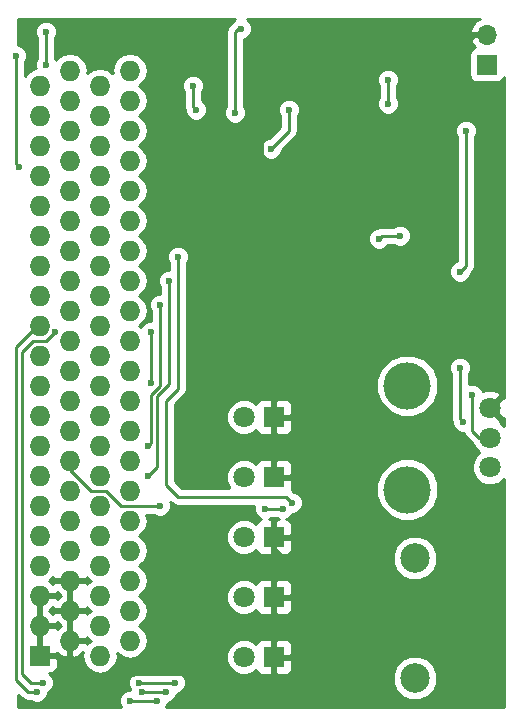
<source format=gbr>
G04 #@! TF.FileFunction,Copper,L2,Bot,Signal*
%FSLAX46Y46*%
G04 Gerber Fmt 4.6, Leading zero omitted, Abs format (unit mm)*
G04 Created by KiCad (PCBNEW 4.0.6) date Monday, August 21, 2017 'PMt' 12:57:47 PM*
%MOMM*%
%LPD*%
G01*
G04 APERTURE LIST*
%ADD10C,0.100000*%
%ADD11C,2.499360*%
%ADD12R,1.800000X1.800000*%
%ADD13C,1.800000*%
%ADD14O,1.727200X1.727200*%
%ADD15R,1.727200X1.727200*%
%ADD16R,1.700000X1.700000*%
%ADD17O,1.700000X1.700000*%
%ADD18C,4.000000*%
%ADD19C,0.600000*%
%ADD20C,0.250000*%
%ADD21C,0.254000*%
G04 APERTURE END LIST*
D10*
D11*
X78740000Y-114935000D03*
X78740000Y-125095000D03*
D12*
X66802000Y-102997000D03*
D13*
X64262000Y-102997000D03*
D12*
X66802000Y-118237000D03*
D13*
X64262000Y-118237000D03*
D12*
X66802000Y-113157000D03*
D13*
X64262000Y-113157000D03*
D12*
X66802000Y-123317000D03*
D13*
X64262000Y-123317000D03*
D12*
X66802000Y-108077000D03*
D13*
X64262000Y-108077000D03*
D14*
X54610000Y-73660000D03*
X52070000Y-74930000D03*
X54610000Y-76200000D03*
X52070000Y-77470000D03*
X54610000Y-78740000D03*
X52070000Y-80010000D03*
X54610000Y-81280000D03*
X52070000Y-82550000D03*
X54610000Y-83820000D03*
X52070000Y-85090000D03*
X54610000Y-86360000D03*
X52070000Y-87630000D03*
X54610000Y-88900000D03*
X52070000Y-90170000D03*
X54610000Y-91440000D03*
X52070000Y-92710000D03*
X54610000Y-93980000D03*
X52070000Y-95250000D03*
X49530000Y-96520000D03*
X49530000Y-93980000D03*
X49530000Y-91440000D03*
X49530000Y-88900000D03*
X49530000Y-86360000D03*
X49530000Y-83820000D03*
X49530000Y-81280000D03*
X49530000Y-78740000D03*
X49530000Y-76200000D03*
X49530000Y-73660000D03*
X46990000Y-95250000D03*
X46990000Y-92710000D03*
X46990000Y-90170000D03*
X46990000Y-87630000D03*
X46990000Y-85090000D03*
X46990000Y-82550000D03*
X46990000Y-80010000D03*
X46990000Y-77470000D03*
X46990000Y-74930000D03*
X54610000Y-96520000D03*
X54610000Y-121920000D03*
X52070000Y-123190000D03*
X46990000Y-97790000D03*
X46990000Y-100330000D03*
X46990000Y-102870000D03*
X46990000Y-105410000D03*
X46990000Y-107950000D03*
X46990000Y-110490000D03*
X46990000Y-113030000D03*
X46990000Y-115570000D03*
X46990000Y-118110000D03*
X46990000Y-120650000D03*
X49530000Y-99060000D03*
X49530000Y-101600000D03*
X49530000Y-104140000D03*
X49530000Y-106680000D03*
X49530000Y-109220000D03*
X49530000Y-111760000D03*
X49530000Y-114300000D03*
X49530000Y-116840000D03*
X49530000Y-119380000D03*
X49530000Y-121920000D03*
D15*
X46990000Y-123190000D03*
D14*
X52070000Y-120650000D03*
X54610000Y-119380000D03*
X52070000Y-118110000D03*
X54610000Y-116840000D03*
X52070000Y-115570000D03*
X54610000Y-114300000D03*
X52070000Y-113030000D03*
X54610000Y-111760000D03*
X52070000Y-110490000D03*
X54610000Y-109220000D03*
X52070000Y-107950000D03*
X54610000Y-106680000D03*
X52070000Y-105410000D03*
X54610000Y-104140000D03*
X52070000Y-102870000D03*
X54610000Y-101600000D03*
X52070000Y-100330000D03*
X54610000Y-99060000D03*
X52070000Y-97790000D03*
D16*
X84836000Y-73152000D03*
D17*
X84836000Y-70612000D03*
D13*
X85090000Y-107235000D03*
X85090000Y-104735000D03*
X85090000Y-102235000D03*
D18*
X78090000Y-109135000D03*
X78090000Y-100335000D03*
D19*
X82550000Y-90678000D03*
X83058000Y-78740000D03*
X82804000Y-103378000D03*
X82550000Y-98806000D03*
X67564000Y-110744000D03*
X66040000Y-110744000D03*
X57150000Y-110490000D03*
X69342000Y-115570000D03*
X60198000Y-124714000D03*
X54864000Y-124714000D03*
X82804000Y-77724000D03*
X76200000Y-71628000D03*
X65786000Y-71882000D03*
X67818000Y-85344000D03*
X61976000Y-85344000D03*
X48260000Y-95758000D03*
X47244000Y-125476000D03*
X55372000Y-125476000D03*
X58420000Y-125476000D03*
X44958000Y-72390000D03*
X45212000Y-81788000D03*
X47498000Y-73152000D03*
X47498000Y-70358000D03*
X83566000Y-101092000D03*
X60198000Y-76962000D03*
X59944000Y-74930000D03*
X46736000Y-126238000D03*
X55626000Y-126238000D03*
X57658000Y-126238000D03*
X56896000Y-127000000D03*
X54610000Y-127000000D03*
X76454000Y-74422000D03*
X76454000Y-76454000D03*
X56134000Y-105410000D03*
X68072000Y-76962000D03*
X66548000Y-80264000D03*
X57150000Y-93472000D03*
X77470000Y-87630000D03*
X75692000Y-87884000D03*
X56388000Y-95758000D03*
X56388000Y-100076000D03*
X57912000Y-91440000D03*
X56134000Y-107950000D03*
X63500000Y-77216000D03*
X64008000Y-70104000D03*
X68326000Y-110236000D03*
X58674000Y-89408000D03*
D20*
X82550000Y-90678000D02*
X83058000Y-90170000D01*
X83058000Y-90170000D02*
X83058000Y-78740000D01*
X82804000Y-103378000D02*
X82550000Y-103124000D01*
X82550000Y-103124000D02*
X82550000Y-98806000D01*
X49530000Y-106680000D02*
X49530000Y-107442000D01*
X49530000Y-107442000D02*
X51308000Y-109220000D01*
X66040000Y-110744000D02*
X67564000Y-110744000D01*
X53848000Y-110490000D02*
X57150000Y-110490000D01*
X52578000Y-109220000D02*
X53848000Y-110490000D01*
X51308000Y-109220000D02*
X52578000Y-109220000D01*
X68072000Y-115316000D02*
X66802000Y-114046000D01*
X69088000Y-115316000D02*
X68072000Y-115316000D01*
X69342000Y-115570000D02*
X69088000Y-115316000D01*
X66802000Y-114046000D02*
X66802000Y-113157000D01*
X84836000Y-70612000D02*
X83820000Y-70612000D01*
X82804000Y-71628000D02*
X82804000Y-72644000D01*
X83820000Y-70612000D02*
X82804000Y-71628000D01*
X54864000Y-124714000D02*
X60198000Y-124714000D01*
X82804000Y-72644000D02*
X82804000Y-77724000D01*
X81788000Y-71628000D02*
X82804000Y-72644000D01*
X76200000Y-71628000D02*
X81788000Y-71628000D01*
X67818000Y-85344000D02*
X67056000Y-85344000D01*
X65786000Y-84074000D02*
X65786000Y-71882000D01*
X67056000Y-85344000D02*
X65786000Y-84074000D01*
X61976000Y-85344000D02*
X67818000Y-85344000D01*
X48260000Y-95758000D02*
X47498000Y-96520000D01*
X47498000Y-96520000D02*
X46424002Y-96520000D01*
X46424002Y-96520000D02*
X45466000Y-97478002D01*
X45466000Y-97478002D02*
X45466000Y-124714000D01*
X45466000Y-124714000D02*
X46228000Y-125476000D01*
X46228000Y-125476000D02*
X47244000Y-125476000D01*
X55372000Y-125476000D02*
X58420000Y-125476000D01*
X44958000Y-81534000D02*
X44958000Y-72390000D01*
X45212000Y-81788000D02*
X44958000Y-81534000D01*
X47498000Y-73152000D02*
X47498000Y-70358000D01*
X85090000Y-104735000D02*
X84161000Y-104735000D01*
X83566000Y-104140000D02*
X84161000Y-104735000D01*
X83566000Y-101092000D02*
X83566000Y-104140000D01*
X60198000Y-76962000D02*
X59944000Y-76708000D01*
X59944000Y-76708000D02*
X59944000Y-74930000D01*
X46990000Y-95250000D02*
X46736000Y-95250000D01*
X46736000Y-95250000D02*
X44958000Y-97028000D01*
X44958000Y-97028000D02*
X44958000Y-125222000D01*
X44958000Y-125222000D02*
X45974000Y-126238000D01*
X45974000Y-126238000D02*
X46736000Y-126238000D01*
X55626000Y-126238000D02*
X57658000Y-126238000D01*
X54610000Y-127000000D02*
X56896000Y-127000000D01*
X76454000Y-76454000D02*
X76454000Y-74422000D01*
X68072000Y-78740000D02*
X68072000Y-76962000D01*
X66548000Y-80264000D02*
X68072000Y-78740000D01*
X57150000Y-100330000D02*
X57150000Y-93472000D01*
X56388000Y-101092000D02*
X57150000Y-100330000D01*
X56388000Y-105156000D02*
X56388000Y-101092000D01*
X56134000Y-105410000D02*
X56388000Y-105156000D01*
X75946000Y-87630000D02*
X77470000Y-87630000D01*
X75692000Y-87884000D02*
X75946000Y-87630000D01*
X56388000Y-100076000D02*
X56388000Y-95758000D01*
X57912000Y-100204398D02*
X57912000Y-91440000D01*
X56896000Y-101220398D02*
X57912000Y-100204398D01*
X56896000Y-107188000D02*
X56896000Y-101220398D01*
X56134000Y-107950000D02*
X56896000Y-107188000D01*
X63500000Y-77216000D02*
X63500000Y-70358000D01*
X63500000Y-70358000D02*
X63754000Y-70104000D01*
X63754000Y-70104000D02*
X64008000Y-70104000D01*
X68326000Y-110236000D02*
X67818000Y-109728000D01*
X67818000Y-109728000D02*
X58674000Y-109728000D01*
X58674000Y-109728000D02*
X57658000Y-108712000D01*
X57658000Y-108712000D02*
X57658000Y-101600000D01*
X57658000Y-101600000D02*
X58674000Y-100584000D01*
X58674000Y-100584000D02*
X58674000Y-89408000D01*
D21*
G36*
X63479057Y-69310883D02*
X63235638Y-69553877D01*
X63216599Y-69566599D01*
X62962599Y-69820599D01*
X62797852Y-70067161D01*
X62740000Y-70358000D01*
X62740000Y-76653537D01*
X62707808Y-76685673D01*
X62565162Y-77029201D01*
X62564838Y-77401167D01*
X62706883Y-77744943D01*
X62969673Y-78008192D01*
X63313201Y-78150838D01*
X63685167Y-78151162D01*
X64028943Y-78009117D01*
X64292192Y-77746327D01*
X64434838Y-77402799D01*
X64435162Y-77030833D01*
X64293117Y-76687057D01*
X64260000Y-76653882D01*
X64260000Y-74607167D01*
X75518838Y-74607167D01*
X75660883Y-74950943D01*
X75694000Y-74984118D01*
X75694000Y-75891537D01*
X75661808Y-75923673D01*
X75519162Y-76267201D01*
X75518838Y-76639167D01*
X75660883Y-76982943D01*
X75923673Y-77246192D01*
X76267201Y-77388838D01*
X76639167Y-77389162D01*
X76982943Y-77247117D01*
X77246192Y-76984327D01*
X77388838Y-76640799D01*
X77389162Y-76268833D01*
X77247117Y-75925057D01*
X77214000Y-75891882D01*
X77214000Y-74984463D01*
X77246192Y-74952327D01*
X77388838Y-74608799D01*
X77389162Y-74236833D01*
X77247117Y-73893057D01*
X76984327Y-73629808D01*
X76640799Y-73487162D01*
X76268833Y-73486838D01*
X75925057Y-73628883D01*
X75661808Y-73891673D01*
X75519162Y-74235201D01*
X75518838Y-74607167D01*
X64260000Y-74607167D01*
X64260000Y-71011547D01*
X64536943Y-70897117D01*
X64800192Y-70634327D01*
X64942838Y-70290799D01*
X64943162Y-69918833D01*
X64801117Y-69575057D01*
X64538327Y-69311808D01*
X64485808Y-69290000D01*
X84224680Y-69290000D01*
X83954642Y-69416817D01*
X83564355Y-69845076D01*
X83394524Y-70255110D01*
X83515845Y-70485000D01*
X84709000Y-70485000D01*
X84709000Y-70465000D01*
X84963000Y-70465000D01*
X84963000Y-70485000D01*
X84983000Y-70485000D01*
X84983000Y-70739000D01*
X84963000Y-70739000D01*
X84963000Y-70759000D01*
X84709000Y-70759000D01*
X84709000Y-70739000D01*
X83515845Y-70739000D01*
X83394524Y-70968890D01*
X83564355Y-71378924D01*
X83840501Y-71681937D01*
X83750683Y-71698838D01*
X83534559Y-71837910D01*
X83389569Y-72050110D01*
X83338560Y-72302000D01*
X83338560Y-74002000D01*
X83382838Y-74237317D01*
X83521910Y-74453441D01*
X83734110Y-74598431D01*
X83986000Y-74649440D01*
X85686000Y-74649440D01*
X85921317Y-74605162D01*
X86137441Y-74466090D01*
X86282431Y-74253890D01*
X86285000Y-74241204D01*
X86285000Y-101373134D01*
X86170159Y-101334446D01*
X85269605Y-102235000D01*
X86170159Y-103135554D01*
X86285000Y-103096866D01*
X86285000Y-103759374D01*
X85960643Y-103434449D01*
X85951628Y-103430706D01*
X85990554Y-103315159D01*
X85090000Y-102414605D01*
X85075858Y-102428748D01*
X84896253Y-102249143D01*
X84910395Y-102235000D01*
X84896253Y-102220858D01*
X85075858Y-102041253D01*
X85090000Y-102055395D01*
X85990554Y-101154841D01*
X85904148Y-100898357D01*
X85330664Y-100688542D01*
X84720540Y-100714161D01*
X84465245Y-100819908D01*
X84359117Y-100563057D01*
X84096327Y-100299808D01*
X83752799Y-100157162D01*
X83380833Y-100156838D01*
X83310000Y-100186106D01*
X83310000Y-99368463D01*
X83342192Y-99336327D01*
X83484838Y-98992799D01*
X83485162Y-98620833D01*
X83343117Y-98277057D01*
X83080327Y-98013808D01*
X82736799Y-97871162D01*
X82364833Y-97870838D01*
X82021057Y-98012883D01*
X81757808Y-98275673D01*
X81615162Y-98619201D01*
X81614838Y-98991167D01*
X81756883Y-99334943D01*
X81790000Y-99368118D01*
X81790000Y-103124000D01*
X81847852Y-103414839D01*
X81868940Y-103446399D01*
X81868838Y-103563167D01*
X82010883Y-103906943D01*
X82273673Y-104170192D01*
X82617201Y-104312838D01*
X82840419Y-104313032D01*
X82863852Y-104430839D01*
X83028599Y-104677401D01*
X83623599Y-105272401D01*
X83661696Y-105297857D01*
X83787932Y-105603371D01*
X84169182Y-105985288D01*
X83789449Y-106364357D01*
X83555267Y-106928330D01*
X83554735Y-107538991D01*
X83787932Y-108103371D01*
X84219357Y-108535551D01*
X84783330Y-108769733D01*
X85393991Y-108770265D01*
X85958371Y-108537068D01*
X86285000Y-108211010D01*
X86285000Y-127560000D01*
X57658467Y-127560000D01*
X57688192Y-127530327D01*
X57830838Y-127186799D01*
X57830850Y-127173151D01*
X57843167Y-127173162D01*
X58186943Y-127031117D01*
X58450192Y-126768327D01*
X58592838Y-126424799D01*
X58592850Y-126411151D01*
X58605167Y-126411162D01*
X58948943Y-126269117D01*
X59212192Y-126006327D01*
X59354838Y-125662799D01*
X59355007Y-125468241D01*
X76854994Y-125468241D01*
X77141314Y-126161191D01*
X77671021Y-126691822D01*
X78363469Y-126979352D01*
X79113241Y-126980006D01*
X79806191Y-126693686D01*
X80336822Y-126163979D01*
X80624352Y-125471531D01*
X80625006Y-124721759D01*
X80338686Y-124028809D01*
X79808979Y-123498178D01*
X79116531Y-123210648D01*
X78366759Y-123209994D01*
X77673809Y-123496314D01*
X77143178Y-124026021D01*
X76855648Y-124718469D01*
X76854994Y-125468241D01*
X59355007Y-125468241D01*
X59355162Y-125290833D01*
X59213117Y-124947057D01*
X58950327Y-124683808D01*
X58606799Y-124541162D01*
X58234833Y-124540838D01*
X57891057Y-124682883D01*
X57857882Y-124716000D01*
X55934463Y-124716000D01*
X55902327Y-124683808D01*
X55558799Y-124541162D01*
X55186833Y-124540838D01*
X54843057Y-124682883D01*
X54579808Y-124945673D01*
X54437162Y-125289201D01*
X54436838Y-125661167D01*
X54578883Y-126004943D01*
X54638860Y-126065024D01*
X54424833Y-126064838D01*
X54081057Y-126206883D01*
X53817808Y-126469673D01*
X53675162Y-126813201D01*
X53674838Y-127185167D01*
X53816883Y-127528943D01*
X53847886Y-127560000D01*
X45160000Y-127560000D01*
X45160000Y-126498802D01*
X45436599Y-126775401D01*
X45683161Y-126940148D01*
X45974000Y-126998000D01*
X46173537Y-126998000D01*
X46205673Y-127030192D01*
X46549201Y-127172838D01*
X46921167Y-127173162D01*
X47264943Y-127031117D01*
X47528192Y-126768327D01*
X47670838Y-126424799D01*
X47670937Y-126311265D01*
X47772943Y-126269117D01*
X48036192Y-126006327D01*
X48178838Y-125662799D01*
X48179162Y-125290833D01*
X48037117Y-124947057D01*
X47779111Y-124688600D01*
X47979910Y-124688600D01*
X48213299Y-124591927D01*
X48391927Y-124413298D01*
X48488600Y-124179909D01*
X48488600Y-123475750D01*
X48329850Y-123317000D01*
X47117000Y-123317000D01*
X47117000Y-123337000D01*
X46863000Y-123337000D01*
X46863000Y-123317000D01*
X46843000Y-123317000D01*
X46843000Y-123063000D01*
X46863000Y-123063000D01*
X46863000Y-120777000D01*
X46843000Y-120777000D01*
X46843000Y-120523000D01*
X46863000Y-120523000D01*
X46863000Y-118237000D01*
X46843000Y-118237000D01*
X46843000Y-117983000D01*
X46863000Y-117983000D01*
X46863000Y-117963000D01*
X47117000Y-117963000D01*
X47117000Y-117983000D01*
X48324469Y-117983000D01*
X48413724Y-117811136D01*
X48741152Y-118110000D01*
X48413724Y-118408864D01*
X48324469Y-118237000D01*
X47117000Y-118237000D01*
X47117000Y-120523000D01*
X48324469Y-120523000D01*
X48413724Y-120351136D01*
X48741152Y-120650000D01*
X48413724Y-120948864D01*
X48324469Y-120777000D01*
X47117000Y-120777000D01*
X47117000Y-123063000D01*
X48329850Y-123063000D01*
X48459726Y-122933124D01*
X48755053Y-123202688D01*
X49170974Y-123374958D01*
X49403000Y-123253817D01*
X49403000Y-122047000D01*
X49383000Y-122047000D01*
X49383000Y-121793000D01*
X49403000Y-121793000D01*
X49403000Y-119507000D01*
X48195531Y-119507000D01*
X48106276Y-119678864D01*
X47778848Y-119380000D01*
X48106276Y-119081136D01*
X48195531Y-119253000D01*
X49403000Y-119253000D01*
X49403000Y-116967000D01*
X48195531Y-116967000D01*
X48106276Y-117138864D01*
X47778839Y-116839992D01*
X48049670Y-116659029D01*
X48115971Y-116559803D01*
X48195531Y-116713000D01*
X49403000Y-116713000D01*
X49403000Y-116693000D01*
X49657000Y-116693000D01*
X49657000Y-116713000D01*
X50864469Y-116713000D01*
X50944029Y-116559803D01*
X51010330Y-116659029D01*
X51281172Y-116840000D01*
X51010330Y-117020971D01*
X50944029Y-117120197D01*
X50864469Y-116967000D01*
X49657000Y-116967000D01*
X49657000Y-119253000D01*
X50864469Y-119253000D01*
X50944029Y-119099803D01*
X51010330Y-119199029D01*
X51281172Y-119380000D01*
X51010330Y-119560971D01*
X50944029Y-119660197D01*
X50864469Y-119507000D01*
X49657000Y-119507000D01*
X49657000Y-121793000D01*
X50864469Y-121793000D01*
X50944029Y-121639803D01*
X51010330Y-121739029D01*
X51281172Y-121920000D01*
X51010330Y-122100971D01*
X50944029Y-122200197D01*
X50864469Y-122047000D01*
X49657000Y-122047000D01*
X49657000Y-123253817D01*
X49889026Y-123374958D01*
X50304947Y-123202688D01*
X50620290Y-122914855D01*
X50571400Y-123160641D01*
X50571400Y-123219359D01*
X50685474Y-123792848D01*
X51010330Y-124279029D01*
X51496511Y-124603885D01*
X52070000Y-124717959D01*
X52643489Y-124603885D01*
X53129670Y-124279029D01*
X53454526Y-123792848D01*
X53488710Y-123620991D01*
X62726735Y-123620991D01*
X62959932Y-124185371D01*
X63391357Y-124617551D01*
X63955330Y-124851733D01*
X64565991Y-124852265D01*
X65130371Y-124619068D01*
X65307841Y-124441908D01*
X65363673Y-124576699D01*
X65542302Y-124755327D01*
X65775691Y-124852000D01*
X66516250Y-124852000D01*
X66675000Y-124693250D01*
X66675000Y-123444000D01*
X66929000Y-123444000D01*
X66929000Y-124693250D01*
X67087750Y-124852000D01*
X67828309Y-124852000D01*
X68061698Y-124755327D01*
X68240327Y-124576699D01*
X68337000Y-124343310D01*
X68337000Y-123602750D01*
X68178250Y-123444000D01*
X66929000Y-123444000D01*
X66675000Y-123444000D01*
X66655000Y-123444000D01*
X66655000Y-123190000D01*
X66675000Y-123190000D01*
X66675000Y-121940750D01*
X66929000Y-121940750D01*
X66929000Y-123190000D01*
X68178250Y-123190000D01*
X68337000Y-123031250D01*
X68337000Y-122290690D01*
X68240327Y-122057301D01*
X68061698Y-121878673D01*
X67828309Y-121782000D01*
X67087750Y-121782000D01*
X66929000Y-121940750D01*
X66675000Y-121940750D01*
X66516250Y-121782000D01*
X65775691Y-121782000D01*
X65542302Y-121878673D01*
X65363673Y-122057301D01*
X65307881Y-122191994D01*
X65132643Y-122016449D01*
X64568670Y-121782267D01*
X63958009Y-121781735D01*
X63393629Y-122014932D01*
X62961449Y-122446357D01*
X62727267Y-123010330D01*
X62726735Y-123620991D01*
X53488710Y-123620991D01*
X53568600Y-123219359D01*
X53568600Y-123160641D01*
X53533404Y-122983697D01*
X53550330Y-123009029D01*
X54036511Y-123333885D01*
X54610000Y-123447959D01*
X55183489Y-123333885D01*
X55669670Y-123009029D01*
X55994526Y-122522848D01*
X56108600Y-121949359D01*
X56108600Y-121890641D01*
X55994526Y-121317152D01*
X55669670Y-120830971D01*
X55398828Y-120650000D01*
X55669670Y-120469029D01*
X55994526Y-119982848D01*
X56108600Y-119409359D01*
X56108600Y-119350641D01*
X55994526Y-118777152D01*
X55836729Y-118540991D01*
X62726735Y-118540991D01*
X62959932Y-119105371D01*
X63391357Y-119537551D01*
X63955330Y-119771733D01*
X64565991Y-119772265D01*
X65130371Y-119539068D01*
X65307841Y-119361908D01*
X65363673Y-119496699D01*
X65542302Y-119675327D01*
X65775691Y-119772000D01*
X66516250Y-119772000D01*
X66675000Y-119613250D01*
X66675000Y-118364000D01*
X66929000Y-118364000D01*
X66929000Y-119613250D01*
X67087750Y-119772000D01*
X67828309Y-119772000D01*
X68061698Y-119675327D01*
X68240327Y-119496699D01*
X68337000Y-119263310D01*
X68337000Y-118522750D01*
X68178250Y-118364000D01*
X66929000Y-118364000D01*
X66675000Y-118364000D01*
X66655000Y-118364000D01*
X66655000Y-118110000D01*
X66675000Y-118110000D01*
X66675000Y-116860750D01*
X66929000Y-116860750D01*
X66929000Y-118110000D01*
X68178250Y-118110000D01*
X68337000Y-117951250D01*
X68337000Y-117210690D01*
X68240327Y-116977301D01*
X68061698Y-116798673D01*
X67828309Y-116702000D01*
X67087750Y-116702000D01*
X66929000Y-116860750D01*
X66675000Y-116860750D01*
X66516250Y-116702000D01*
X65775691Y-116702000D01*
X65542302Y-116798673D01*
X65363673Y-116977301D01*
X65307881Y-117111994D01*
X65132643Y-116936449D01*
X64568670Y-116702267D01*
X63958009Y-116701735D01*
X63393629Y-116934932D01*
X62961449Y-117366357D01*
X62727267Y-117930330D01*
X62726735Y-118540991D01*
X55836729Y-118540991D01*
X55669670Y-118290971D01*
X55398828Y-118110000D01*
X55669670Y-117929029D01*
X55994526Y-117442848D01*
X56108600Y-116869359D01*
X56108600Y-116810641D01*
X55994526Y-116237152D01*
X55669670Y-115750971D01*
X55398828Y-115570000D01*
X55669670Y-115389029D01*
X55723650Y-115308241D01*
X76854994Y-115308241D01*
X77141314Y-116001191D01*
X77671021Y-116531822D01*
X78363469Y-116819352D01*
X79113241Y-116820006D01*
X79806191Y-116533686D01*
X80336822Y-116003979D01*
X80624352Y-115311531D01*
X80625006Y-114561759D01*
X80338686Y-113868809D01*
X79808979Y-113338178D01*
X79116531Y-113050648D01*
X78366759Y-113049994D01*
X77673809Y-113336314D01*
X77143178Y-113866021D01*
X76855648Y-114558469D01*
X76854994Y-115308241D01*
X55723650Y-115308241D01*
X55994526Y-114902848D01*
X56108600Y-114329359D01*
X56108600Y-114270641D01*
X55994526Y-113697152D01*
X55669670Y-113210971D01*
X55398828Y-113030000D01*
X55669670Y-112849029D01*
X55994526Y-112362848D01*
X56108600Y-111789359D01*
X56108600Y-111730641D01*
X56012995Y-111250000D01*
X56587537Y-111250000D01*
X56619673Y-111282192D01*
X56963201Y-111424838D01*
X57335167Y-111425162D01*
X57678943Y-111283117D01*
X57942192Y-111020327D01*
X58084838Y-110676799D01*
X58085162Y-110304833D01*
X58021178Y-110149980D01*
X58136599Y-110265401D01*
X58383161Y-110430148D01*
X58674000Y-110488000D01*
X65133897Y-110488000D01*
X65105162Y-110557201D01*
X65104838Y-110929167D01*
X65246883Y-111272943D01*
X65509673Y-111536192D01*
X65745969Y-111634311D01*
X65542302Y-111718673D01*
X65363673Y-111897301D01*
X65307881Y-112031994D01*
X65132643Y-111856449D01*
X64568670Y-111622267D01*
X63958009Y-111621735D01*
X63393629Y-111854932D01*
X62961449Y-112286357D01*
X62727267Y-112850330D01*
X62726735Y-113460991D01*
X62959932Y-114025371D01*
X63391357Y-114457551D01*
X63955330Y-114691733D01*
X64565991Y-114692265D01*
X65130371Y-114459068D01*
X65307841Y-114281908D01*
X65363673Y-114416699D01*
X65542302Y-114595327D01*
X65775691Y-114692000D01*
X66516250Y-114692000D01*
X66675000Y-114533250D01*
X66675000Y-113284000D01*
X66929000Y-113284000D01*
X66929000Y-114533250D01*
X67087750Y-114692000D01*
X67828309Y-114692000D01*
X68061698Y-114595327D01*
X68240327Y-114416699D01*
X68337000Y-114183310D01*
X68337000Y-113442750D01*
X68178250Y-113284000D01*
X66929000Y-113284000D01*
X66675000Y-113284000D01*
X66655000Y-113284000D01*
X66655000Y-113030000D01*
X66675000Y-113030000D01*
X66675000Y-111780750D01*
X66516250Y-111622000D01*
X66363510Y-111622000D01*
X66568943Y-111537117D01*
X66602118Y-111504000D01*
X67001537Y-111504000D01*
X67033673Y-111536192D01*
X67240321Y-111622000D01*
X67087750Y-111622000D01*
X66929000Y-111780750D01*
X66929000Y-113030000D01*
X68178250Y-113030000D01*
X68337000Y-112871250D01*
X68337000Y-112130690D01*
X68240327Y-111897301D01*
X68061698Y-111718673D01*
X67857873Y-111634246D01*
X68092943Y-111537117D01*
X68356192Y-111274327D01*
X68399071Y-111171064D01*
X68511167Y-111171162D01*
X68854943Y-111029117D01*
X69118192Y-110766327D01*
X69260838Y-110422799D01*
X69261162Y-110050833D01*
X69119117Y-109707057D01*
X69068982Y-109656834D01*
X75454543Y-109656834D01*
X75854853Y-110625658D01*
X76595443Y-111367542D01*
X77563567Y-111769542D01*
X78611834Y-111770457D01*
X79580658Y-111370147D01*
X80322542Y-110629557D01*
X80724542Y-109661433D01*
X80725457Y-108613166D01*
X80325147Y-107644342D01*
X79584557Y-106902458D01*
X78616433Y-106500458D01*
X77568166Y-106499543D01*
X76599342Y-106899853D01*
X75857458Y-107640443D01*
X75455458Y-108608567D01*
X75454543Y-109656834D01*
X69068982Y-109656834D01*
X68856327Y-109443808D01*
X68512799Y-109301162D01*
X68465923Y-109301121D01*
X68355401Y-109190599D01*
X68312670Y-109162047D01*
X68337000Y-109103310D01*
X68337000Y-108362750D01*
X68178250Y-108204000D01*
X66929000Y-108204000D01*
X66929000Y-108224000D01*
X66675000Y-108224000D01*
X66675000Y-108204000D01*
X66655000Y-108204000D01*
X66655000Y-107950000D01*
X66675000Y-107950000D01*
X66675000Y-106700750D01*
X66929000Y-106700750D01*
X66929000Y-107950000D01*
X68178250Y-107950000D01*
X68337000Y-107791250D01*
X68337000Y-107050690D01*
X68240327Y-106817301D01*
X68061698Y-106638673D01*
X67828309Y-106542000D01*
X67087750Y-106542000D01*
X66929000Y-106700750D01*
X66675000Y-106700750D01*
X66516250Y-106542000D01*
X65775691Y-106542000D01*
X65542302Y-106638673D01*
X65363673Y-106817301D01*
X65307881Y-106951994D01*
X65132643Y-106776449D01*
X64568670Y-106542267D01*
X63958009Y-106541735D01*
X63393629Y-106774932D01*
X62961449Y-107206357D01*
X62727267Y-107770330D01*
X62726735Y-108380991D01*
X62959932Y-108945371D01*
X62982521Y-108968000D01*
X58988802Y-108968000D01*
X58418000Y-108397198D01*
X58418000Y-103300991D01*
X62726735Y-103300991D01*
X62959932Y-103865371D01*
X63391357Y-104297551D01*
X63955330Y-104531733D01*
X64565991Y-104532265D01*
X65130371Y-104299068D01*
X65307841Y-104121908D01*
X65363673Y-104256699D01*
X65542302Y-104435327D01*
X65775691Y-104532000D01*
X66516250Y-104532000D01*
X66675000Y-104373250D01*
X66675000Y-103124000D01*
X66929000Y-103124000D01*
X66929000Y-104373250D01*
X67087750Y-104532000D01*
X67828309Y-104532000D01*
X68061698Y-104435327D01*
X68240327Y-104256699D01*
X68337000Y-104023310D01*
X68337000Y-103282750D01*
X68178250Y-103124000D01*
X66929000Y-103124000D01*
X66675000Y-103124000D01*
X66655000Y-103124000D01*
X66655000Y-102870000D01*
X66675000Y-102870000D01*
X66675000Y-101620750D01*
X66929000Y-101620750D01*
X66929000Y-102870000D01*
X68178250Y-102870000D01*
X68337000Y-102711250D01*
X68337000Y-101970690D01*
X68240327Y-101737301D01*
X68061698Y-101558673D01*
X67828309Y-101462000D01*
X67087750Y-101462000D01*
X66929000Y-101620750D01*
X66675000Y-101620750D01*
X66516250Y-101462000D01*
X65775691Y-101462000D01*
X65542302Y-101558673D01*
X65363673Y-101737301D01*
X65307881Y-101871994D01*
X65132643Y-101696449D01*
X64568670Y-101462267D01*
X63958009Y-101461735D01*
X63393629Y-101694932D01*
X62961449Y-102126357D01*
X62727267Y-102690330D01*
X62726735Y-103300991D01*
X58418000Y-103300991D01*
X58418000Y-101914802D01*
X59211401Y-101121401D01*
X59376148Y-100874839D01*
X59379729Y-100856834D01*
X75454543Y-100856834D01*
X75854853Y-101825658D01*
X76595443Y-102567542D01*
X77563567Y-102969542D01*
X78611834Y-102970457D01*
X79580658Y-102570147D01*
X80322542Y-101829557D01*
X80724542Y-100861433D01*
X80725457Y-99813166D01*
X80325147Y-98844342D01*
X79584557Y-98102458D01*
X78616433Y-97700458D01*
X77568166Y-97699543D01*
X76599342Y-98099853D01*
X75857458Y-98840443D01*
X75455458Y-99808567D01*
X75454543Y-100856834D01*
X59379729Y-100856834D01*
X59434000Y-100584000D01*
X59434000Y-90863167D01*
X81614838Y-90863167D01*
X81756883Y-91206943D01*
X82019673Y-91470192D01*
X82363201Y-91612838D01*
X82735167Y-91613162D01*
X83078943Y-91471117D01*
X83342192Y-91208327D01*
X83484838Y-90864799D01*
X83484879Y-90817923D01*
X83595401Y-90707401D01*
X83760147Y-90460840D01*
X83760148Y-90460839D01*
X83818000Y-90170000D01*
X83818000Y-79302463D01*
X83850192Y-79270327D01*
X83992838Y-78926799D01*
X83993162Y-78554833D01*
X83851117Y-78211057D01*
X83588327Y-77947808D01*
X83244799Y-77805162D01*
X82872833Y-77804838D01*
X82529057Y-77946883D01*
X82265808Y-78209673D01*
X82123162Y-78553201D01*
X82122838Y-78925167D01*
X82264883Y-79268943D01*
X82298000Y-79302118D01*
X82298000Y-89770453D01*
X82021057Y-89884883D01*
X81757808Y-90147673D01*
X81615162Y-90491201D01*
X81614838Y-90863167D01*
X59434000Y-90863167D01*
X59434000Y-89970463D01*
X59466192Y-89938327D01*
X59608838Y-89594799D01*
X59609162Y-89222833D01*
X59467117Y-88879057D01*
X59204327Y-88615808D01*
X58860799Y-88473162D01*
X58488833Y-88472838D01*
X58145057Y-88614883D01*
X57881808Y-88877673D01*
X57739162Y-89221201D01*
X57738838Y-89593167D01*
X57880883Y-89936943D01*
X57914000Y-89970118D01*
X57914000Y-90505001D01*
X57726833Y-90504838D01*
X57383057Y-90646883D01*
X57119808Y-90909673D01*
X56977162Y-91253201D01*
X56976838Y-91625167D01*
X57118883Y-91968943D01*
X57152000Y-92002118D01*
X57152000Y-92537001D01*
X56964833Y-92536838D01*
X56621057Y-92678883D01*
X56357808Y-92941673D01*
X56215162Y-93285201D01*
X56214838Y-93657167D01*
X56356883Y-94000943D01*
X56390000Y-94034118D01*
X56390000Y-94823001D01*
X56202833Y-94822838D01*
X55859057Y-94964883D01*
X55595808Y-95227673D01*
X55545768Y-95348182D01*
X55398828Y-95250000D01*
X55669670Y-95069029D01*
X55994526Y-94582848D01*
X56108600Y-94009359D01*
X56108600Y-93950641D01*
X55994526Y-93377152D01*
X55669670Y-92890971D01*
X55398828Y-92710000D01*
X55669670Y-92529029D01*
X55994526Y-92042848D01*
X56108600Y-91469359D01*
X56108600Y-91410641D01*
X55994526Y-90837152D01*
X55669670Y-90350971D01*
X55398828Y-90170000D01*
X55669670Y-89989029D01*
X55994526Y-89502848D01*
X56108600Y-88929359D01*
X56108600Y-88870641D01*
X55994526Y-88297152D01*
X55842192Y-88069167D01*
X74756838Y-88069167D01*
X74898883Y-88412943D01*
X75161673Y-88676192D01*
X75505201Y-88818838D01*
X75877167Y-88819162D01*
X76220943Y-88677117D01*
X76484192Y-88414327D01*
X76494294Y-88390000D01*
X76907537Y-88390000D01*
X76939673Y-88422192D01*
X77283201Y-88564838D01*
X77655167Y-88565162D01*
X77998943Y-88423117D01*
X78262192Y-88160327D01*
X78404838Y-87816799D01*
X78405162Y-87444833D01*
X78263117Y-87101057D01*
X78000327Y-86837808D01*
X77656799Y-86695162D01*
X77284833Y-86694838D01*
X76941057Y-86836883D01*
X76907882Y-86870000D01*
X75946000Y-86870000D01*
X75655160Y-86927852D01*
X75623600Y-86948940D01*
X75506833Y-86948838D01*
X75163057Y-87090883D01*
X74899808Y-87353673D01*
X74757162Y-87697201D01*
X74756838Y-88069167D01*
X55842192Y-88069167D01*
X55669670Y-87810971D01*
X55398828Y-87630000D01*
X55669670Y-87449029D01*
X55994526Y-86962848D01*
X56108600Y-86389359D01*
X56108600Y-86330641D01*
X55994526Y-85757152D01*
X55669670Y-85270971D01*
X55398828Y-85090000D01*
X55669670Y-84909029D01*
X55994526Y-84422848D01*
X56108600Y-83849359D01*
X56108600Y-83790641D01*
X55994526Y-83217152D01*
X55669670Y-82730971D01*
X55398828Y-82550000D01*
X55669670Y-82369029D01*
X55994526Y-81882848D01*
X56108600Y-81309359D01*
X56108600Y-81250641D01*
X55994526Y-80677152D01*
X55842192Y-80449167D01*
X65612838Y-80449167D01*
X65754883Y-80792943D01*
X66017673Y-81056192D01*
X66361201Y-81198838D01*
X66733167Y-81199162D01*
X67076943Y-81057117D01*
X67340192Y-80794327D01*
X67482838Y-80450799D01*
X67482879Y-80403923D01*
X68609401Y-79277401D01*
X68774148Y-79030840D01*
X68794843Y-78926799D01*
X68832000Y-78740000D01*
X68832000Y-77524463D01*
X68864192Y-77492327D01*
X69006838Y-77148799D01*
X69007162Y-76776833D01*
X68865117Y-76433057D01*
X68602327Y-76169808D01*
X68258799Y-76027162D01*
X67886833Y-76026838D01*
X67543057Y-76168883D01*
X67279808Y-76431673D01*
X67137162Y-76775201D01*
X67136838Y-77147167D01*
X67278883Y-77490943D01*
X67312000Y-77524118D01*
X67312000Y-78425198D01*
X66408320Y-79328878D01*
X66362833Y-79328838D01*
X66019057Y-79470883D01*
X65755808Y-79733673D01*
X65613162Y-80077201D01*
X65612838Y-80449167D01*
X55842192Y-80449167D01*
X55669670Y-80190971D01*
X55398828Y-80010000D01*
X55669670Y-79829029D01*
X55994526Y-79342848D01*
X56108600Y-78769359D01*
X56108600Y-78710641D01*
X55994526Y-78137152D01*
X55669670Y-77650971D01*
X55398828Y-77470000D01*
X55669670Y-77289029D01*
X55994526Y-76802848D01*
X56108600Y-76229359D01*
X56108600Y-76170641D01*
X55994526Y-75597152D01*
X55672474Y-75115167D01*
X59008838Y-75115167D01*
X59150883Y-75458943D01*
X59184000Y-75492118D01*
X59184000Y-76708000D01*
X59241852Y-76998839D01*
X59262940Y-77030399D01*
X59262838Y-77147167D01*
X59404883Y-77490943D01*
X59667673Y-77754192D01*
X60011201Y-77896838D01*
X60383167Y-77897162D01*
X60726943Y-77755117D01*
X60990192Y-77492327D01*
X61132838Y-77148799D01*
X61133162Y-76776833D01*
X60991117Y-76433057D01*
X60728327Y-76169808D01*
X60704000Y-76159706D01*
X60704000Y-75492463D01*
X60736192Y-75460327D01*
X60878838Y-75116799D01*
X60879162Y-74744833D01*
X60737117Y-74401057D01*
X60474327Y-74137808D01*
X60130799Y-73995162D01*
X59758833Y-73994838D01*
X59415057Y-74136883D01*
X59151808Y-74399673D01*
X59009162Y-74743201D01*
X59008838Y-75115167D01*
X55672474Y-75115167D01*
X55669670Y-75110971D01*
X55398828Y-74930000D01*
X55669670Y-74749029D01*
X55994526Y-74262848D01*
X56108600Y-73689359D01*
X56108600Y-73630641D01*
X55994526Y-73057152D01*
X55669670Y-72570971D01*
X55183489Y-72246115D01*
X54610000Y-72132041D01*
X54036511Y-72246115D01*
X53550330Y-72570971D01*
X53225474Y-73057152D01*
X53111400Y-73630641D01*
X53111400Y-73689359D01*
X53146596Y-73866303D01*
X53129670Y-73840971D01*
X52643489Y-73516115D01*
X52070000Y-73402041D01*
X51496511Y-73516115D01*
X51010330Y-73840971D01*
X50993404Y-73866303D01*
X51028600Y-73689359D01*
X51028600Y-73630641D01*
X50914526Y-73057152D01*
X50589670Y-72570971D01*
X50103489Y-72246115D01*
X49530000Y-72132041D01*
X48956511Y-72246115D01*
X48470330Y-72570971D01*
X48346296Y-72756601D01*
X48291117Y-72623057D01*
X48258000Y-72589882D01*
X48258000Y-70920463D01*
X48290192Y-70888327D01*
X48432838Y-70544799D01*
X48433162Y-70172833D01*
X48291117Y-69829057D01*
X48028327Y-69565808D01*
X47684799Y-69423162D01*
X47312833Y-69422838D01*
X46969057Y-69564883D01*
X46705808Y-69827673D01*
X46563162Y-70171201D01*
X46562838Y-70543167D01*
X46704883Y-70886943D01*
X46738000Y-70920118D01*
X46738000Y-72589537D01*
X46705808Y-72621673D01*
X46563162Y-72965201D01*
X46562838Y-73337167D01*
X46620049Y-73475629D01*
X46416511Y-73516115D01*
X45930330Y-73840971D01*
X45718000Y-74158745D01*
X45718000Y-72952463D01*
X45750192Y-72920327D01*
X45892838Y-72576799D01*
X45893162Y-72204833D01*
X45751117Y-71861057D01*
X45488327Y-71597808D01*
X45160000Y-71461474D01*
X45160000Y-69290000D01*
X63529598Y-69290000D01*
X63479057Y-69310883D01*
X63479057Y-69310883D01*
G37*
X63479057Y-69310883D02*
X63235638Y-69553877D01*
X63216599Y-69566599D01*
X62962599Y-69820599D01*
X62797852Y-70067161D01*
X62740000Y-70358000D01*
X62740000Y-76653537D01*
X62707808Y-76685673D01*
X62565162Y-77029201D01*
X62564838Y-77401167D01*
X62706883Y-77744943D01*
X62969673Y-78008192D01*
X63313201Y-78150838D01*
X63685167Y-78151162D01*
X64028943Y-78009117D01*
X64292192Y-77746327D01*
X64434838Y-77402799D01*
X64435162Y-77030833D01*
X64293117Y-76687057D01*
X64260000Y-76653882D01*
X64260000Y-74607167D01*
X75518838Y-74607167D01*
X75660883Y-74950943D01*
X75694000Y-74984118D01*
X75694000Y-75891537D01*
X75661808Y-75923673D01*
X75519162Y-76267201D01*
X75518838Y-76639167D01*
X75660883Y-76982943D01*
X75923673Y-77246192D01*
X76267201Y-77388838D01*
X76639167Y-77389162D01*
X76982943Y-77247117D01*
X77246192Y-76984327D01*
X77388838Y-76640799D01*
X77389162Y-76268833D01*
X77247117Y-75925057D01*
X77214000Y-75891882D01*
X77214000Y-74984463D01*
X77246192Y-74952327D01*
X77388838Y-74608799D01*
X77389162Y-74236833D01*
X77247117Y-73893057D01*
X76984327Y-73629808D01*
X76640799Y-73487162D01*
X76268833Y-73486838D01*
X75925057Y-73628883D01*
X75661808Y-73891673D01*
X75519162Y-74235201D01*
X75518838Y-74607167D01*
X64260000Y-74607167D01*
X64260000Y-71011547D01*
X64536943Y-70897117D01*
X64800192Y-70634327D01*
X64942838Y-70290799D01*
X64943162Y-69918833D01*
X64801117Y-69575057D01*
X64538327Y-69311808D01*
X64485808Y-69290000D01*
X84224680Y-69290000D01*
X83954642Y-69416817D01*
X83564355Y-69845076D01*
X83394524Y-70255110D01*
X83515845Y-70485000D01*
X84709000Y-70485000D01*
X84709000Y-70465000D01*
X84963000Y-70465000D01*
X84963000Y-70485000D01*
X84983000Y-70485000D01*
X84983000Y-70739000D01*
X84963000Y-70739000D01*
X84963000Y-70759000D01*
X84709000Y-70759000D01*
X84709000Y-70739000D01*
X83515845Y-70739000D01*
X83394524Y-70968890D01*
X83564355Y-71378924D01*
X83840501Y-71681937D01*
X83750683Y-71698838D01*
X83534559Y-71837910D01*
X83389569Y-72050110D01*
X83338560Y-72302000D01*
X83338560Y-74002000D01*
X83382838Y-74237317D01*
X83521910Y-74453441D01*
X83734110Y-74598431D01*
X83986000Y-74649440D01*
X85686000Y-74649440D01*
X85921317Y-74605162D01*
X86137441Y-74466090D01*
X86282431Y-74253890D01*
X86285000Y-74241204D01*
X86285000Y-101373134D01*
X86170159Y-101334446D01*
X85269605Y-102235000D01*
X86170159Y-103135554D01*
X86285000Y-103096866D01*
X86285000Y-103759374D01*
X85960643Y-103434449D01*
X85951628Y-103430706D01*
X85990554Y-103315159D01*
X85090000Y-102414605D01*
X85075858Y-102428748D01*
X84896253Y-102249143D01*
X84910395Y-102235000D01*
X84896253Y-102220858D01*
X85075858Y-102041253D01*
X85090000Y-102055395D01*
X85990554Y-101154841D01*
X85904148Y-100898357D01*
X85330664Y-100688542D01*
X84720540Y-100714161D01*
X84465245Y-100819908D01*
X84359117Y-100563057D01*
X84096327Y-100299808D01*
X83752799Y-100157162D01*
X83380833Y-100156838D01*
X83310000Y-100186106D01*
X83310000Y-99368463D01*
X83342192Y-99336327D01*
X83484838Y-98992799D01*
X83485162Y-98620833D01*
X83343117Y-98277057D01*
X83080327Y-98013808D01*
X82736799Y-97871162D01*
X82364833Y-97870838D01*
X82021057Y-98012883D01*
X81757808Y-98275673D01*
X81615162Y-98619201D01*
X81614838Y-98991167D01*
X81756883Y-99334943D01*
X81790000Y-99368118D01*
X81790000Y-103124000D01*
X81847852Y-103414839D01*
X81868940Y-103446399D01*
X81868838Y-103563167D01*
X82010883Y-103906943D01*
X82273673Y-104170192D01*
X82617201Y-104312838D01*
X82840419Y-104313032D01*
X82863852Y-104430839D01*
X83028599Y-104677401D01*
X83623599Y-105272401D01*
X83661696Y-105297857D01*
X83787932Y-105603371D01*
X84169182Y-105985288D01*
X83789449Y-106364357D01*
X83555267Y-106928330D01*
X83554735Y-107538991D01*
X83787932Y-108103371D01*
X84219357Y-108535551D01*
X84783330Y-108769733D01*
X85393991Y-108770265D01*
X85958371Y-108537068D01*
X86285000Y-108211010D01*
X86285000Y-127560000D01*
X57658467Y-127560000D01*
X57688192Y-127530327D01*
X57830838Y-127186799D01*
X57830850Y-127173151D01*
X57843167Y-127173162D01*
X58186943Y-127031117D01*
X58450192Y-126768327D01*
X58592838Y-126424799D01*
X58592850Y-126411151D01*
X58605167Y-126411162D01*
X58948943Y-126269117D01*
X59212192Y-126006327D01*
X59354838Y-125662799D01*
X59355007Y-125468241D01*
X76854994Y-125468241D01*
X77141314Y-126161191D01*
X77671021Y-126691822D01*
X78363469Y-126979352D01*
X79113241Y-126980006D01*
X79806191Y-126693686D01*
X80336822Y-126163979D01*
X80624352Y-125471531D01*
X80625006Y-124721759D01*
X80338686Y-124028809D01*
X79808979Y-123498178D01*
X79116531Y-123210648D01*
X78366759Y-123209994D01*
X77673809Y-123496314D01*
X77143178Y-124026021D01*
X76855648Y-124718469D01*
X76854994Y-125468241D01*
X59355007Y-125468241D01*
X59355162Y-125290833D01*
X59213117Y-124947057D01*
X58950327Y-124683808D01*
X58606799Y-124541162D01*
X58234833Y-124540838D01*
X57891057Y-124682883D01*
X57857882Y-124716000D01*
X55934463Y-124716000D01*
X55902327Y-124683808D01*
X55558799Y-124541162D01*
X55186833Y-124540838D01*
X54843057Y-124682883D01*
X54579808Y-124945673D01*
X54437162Y-125289201D01*
X54436838Y-125661167D01*
X54578883Y-126004943D01*
X54638860Y-126065024D01*
X54424833Y-126064838D01*
X54081057Y-126206883D01*
X53817808Y-126469673D01*
X53675162Y-126813201D01*
X53674838Y-127185167D01*
X53816883Y-127528943D01*
X53847886Y-127560000D01*
X45160000Y-127560000D01*
X45160000Y-126498802D01*
X45436599Y-126775401D01*
X45683161Y-126940148D01*
X45974000Y-126998000D01*
X46173537Y-126998000D01*
X46205673Y-127030192D01*
X46549201Y-127172838D01*
X46921167Y-127173162D01*
X47264943Y-127031117D01*
X47528192Y-126768327D01*
X47670838Y-126424799D01*
X47670937Y-126311265D01*
X47772943Y-126269117D01*
X48036192Y-126006327D01*
X48178838Y-125662799D01*
X48179162Y-125290833D01*
X48037117Y-124947057D01*
X47779111Y-124688600D01*
X47979910Y-124688600D01*
X48213299Y-124591927D01*
X48391927Y-124413298D01*
X48488600Y-124179909D01*
X48488600Y-123475750D01*
X48329850Y-123317000D01*
X47117000Y-123317000D01*
X47117000Y-123337000D01*
X46863000Y-123337000D01*
X46863000Y-123317000D01*
X46843000Y-123317000D01*
X46843000Y-123063000D01*
X46863000Y-123063000D01*
X46863000Y-120777000D01*
X46843000Y-120777000D01*
X46843000Y-120523000D01*
X46863000Y-120523000D01*
X46863000Y-118237000D01*
X46843000Y-118237000D01*
X46843000Y-117983000D01*
X46863000Y-117983000D01*
X46863000Y-117963000D01*
X47117000Y-117963000D01*
X47117000Y-117983000D01*
X48324469Y-117983000D01*
X48413724Y-117811136D01*
X48741152Y-118110000D01*
X48413724Y-118408864D01*
X48324469Y-118237000D01*
X47117000Y-118237000D01*
X47117000Y-120523000D01*
X48324469Y-120523000D01*
X48413724Y-120351136D01*
X48741152Y-120650000D01*
X48413724Y-120948864D01*
X48324469Y-120777000D01*
X47117000Y-120777000D01*
X47117000Y-123063000D01*
X48329850Y-123063000D01*
X48459726Y-122933124D01*
X48755053Y-123202688D01*
X49170974Y-123374958D01*
X49403000Y-123253817D01*
X49403000Y-122047000D01*
X49383000Y-122047000D01*
X49383000Y-121793000D01*
X49403000Y-121793000D01*
X49403000Y-119507000D01*
X48195531Y-119507000D01*
X48106276Y-119678864D01*
X47778848Y-119380000D01*
X48106276Y-119081136D01*
X48195531Y-119253000D01*
X49403000Y-119253000D01*
X49403000Y-116967000D01*
X48195531Y-116967000D01*
X48106276Y-117138864D01*
X47778839Y-116839992D01*
X48049670Y-116659029D01*
X48115971Y-116559803D01*
X48195531Y-116713000D01*
X49403000Y-116713000D01*
X49403000Y-116693000D01*
X49657000Y-116693000D01*
X49657000Y-116713000D01*
X50864469Y-116713000D01*
X50944029Y-116559803D01*
X51010330Y-116659029D01*
X51281172Y-116840000D01*
X51010330Y-117020971D01*
X50944029Y-117120197D01*
X50864469Y-116967000D01*
X49657000Y-116967000D01*
X49657000Y-119253000D01*
X50864469Y-119253000D01*
X50944029Y-119099803D01*
X51010330Y-119199029D01*
X51281172Y-119380000D01*
X51010330Y-119560971D01*
X50944029Y-119660197D01*
X50864469Y-119507000D01*
X49657000Y-119507000D01*
X49657000Y-121793000D01*
X50864469Y-121793000D01*
X50944029Y-121639803D01*
X51010330Y-121739029D01*
X51281172Y-121920000D01*
X51010330Y-122100971D01*
X50944029Y-122200197D01*
X50864469Y-122047000D01*
X49657000Y-122047000D01*
X49657000Y-123253817D01*
X49889026Y-123374958D01*
X50304947Y-123202688D01*
X50620290Y-122914855D01*
X50571400Y-123160641D01*
X50571400Y-123219359D01*
X50685474Y-123792848D01*
X51010330Y-124279029D01*
X51496511Y-124603885D01*
X52070000Y-124717959D01*
X52643489Y-124603885D01*
X53129670Y-124279029D01*
X53454526Y-123792848D01*
X53488710Y-123620991D01*
X62726735Y-123620991D01*
X62959932Y-124185371D01*
X63391357Y-124617551D01*
X63955330Y-124851733D01*
X64565991Y-124852265D01*
X65130371Y-124619068D01*
X65307841Y-124441908D01*
X65363673Y-124576699D01*
X65542302Y-124755327D01*
X65775691Y-124852000D01*
X66516250Y-124852000D01*
X66675000Y-124693250D01*
X66675000Y-123444000D01*
X66929000Y-123444000D01*
X66929000Y-124693250D01*
X67087750Y-124852000D01*
X67828309Y-124852000D01*
X68061698Y-124755327D01*
X68240327Y-124576699D01*
X68337000Y-124343310D01*
X68337000Y-123602750D01*
X68178250Y-123444000D01*
X66929000Y-123444000D01*
X66675000Y-123444000D01*
X66655000Y-123444000D01*
X66655000Y-123190000D01*
X66675000Y-123190000D01*
X66675000Y-121940750D01*
X66929000Y-121940750D01*
X66929000Y-123190000D01*
X68178250Y-123190000D01*
X68337000Y-123031250D01*
X68337000Y-122290690D01*
X68240327Y-122057301D01*
X68061698Y-121878673D01*
X67828309Y-121782000D01*
X67087750Y-121782000D01*
X66929000Y-121940750D01*
X66675000Y-121940750D01*
X66516250Y-121782000D01*
X65775691Y-121782000D01*
X65542302Y-121878673D01*
X65363673Y-122057301D01*
X65307881Y-122191994D01*
X65132643Y-122016449D01*
X64568670Y-121782267D01*
X63958009Y-121781735D01*
X63393629Y-122014932D01*
X62961449Y-122446357D01*
X62727267Y-123010330D01*
X62726735Y-123620991D01*
X53488710Y-123620991D01*
X53568600Y-123219359D01*
X53568600Y-123160641D01*
X53533404Y-122983697D01*
X53550330Y-123009029D01*
X54036511Y-123333885D01*
X54610000Y-123447959D01*
X55183489Y-123333885D01*
X55669670Y-123009029D01*
X55994526Y-122522848D01*
X56108600Y-121949359D01*
X56108600Y-121890641D01*
X55994526Y-121317152D01*
X55669670Y-120830971D01*
X55398828Y-120650000D01*
X55669670Y-120469029D01*
X55994526Y-119982848D01*
X56108600Y-119409359D01*
X56108600Y-119350641D01*
X55994526Y-118777152D01*
X55836729Y-118540991D01*
X62726735Y-118540991D01*
X62959932Y-119105371D01*
X63391357Y-119537551D01*
X63955330Y-119771733D01*
X64565991Y-119772265D01*
X65130371Y-119539068D01*
X65307841Y-119361908D01*
X65363673Y-119496699D01*
X65542302Y-119675327D01*
X65775691Y-119772000D01*
X66516250Y-119772000D01*
X66675000Y-119613250D01*
X66675000Y-118364000D01*
X66929000Y-118364000D01*
X66929000Y-119613250D01*
X67087750Y-119772000D01*
X67828309Y-119772000D01*
X68061698Y-119675327D01*
X68240327Y-119496699D01*
X68337000Y-119263310D01*
X68337000Y-118522750D01*
X68178250Y-118364000D01*
X66929000Y-118364000D01*
X66675000Y-118364000D01*
X66655000Y-118364000D01*
X66655000Y-118110000D01*
X66675000Y-118110000D01*
X66675000Y-116860750D01*
X66929000Y-116860750D01*
X66929000Y-118110000D01*
X68178250Y-118110000D01*
X68337000Y-117951250D01*
X68337000Y-117210690D01*
X68240327Y-116977301D01*
X68061698Y-116798673D01*
X67828309Y-116702000D01*
X67087750Y-116702000D01*
X66929000Y-116860750D01*
X66675000Y-116860750D01*
X66516250Y-116702000D01*
X65775691Y-116702000D01*
X65542302Y-116798673D01*
X65363673Y-116977301D01*
X65307881Y-117111994D01*
X65132643Y-116936449D01*
X64568670Y-116702267D01*
X63958009Y-116701735D01*
X63393629Y-116934932D01*
X62961449Y-117366357D01*
X62727267Y-117930330D01*
X62726735Y-118540991D01*
X55836729Y-118540991D01*
X55669670Y-118290971D01*
X55398828Y-118110000D01*
X55669670Y-117929029D01*
X55994526Y-117442848D01*
X56108600Y-116869359D01*
X56108600Y-116810641D01*
X55994526Y-116237152D01*
X55669670Y-115750971D01*
X55398828Y-115570000D01*
X55669670Y-115389029D01*
X55723650Y-115308241D01*
X76854994Y-115308241D01*
X77141314Y-116001191D01*
X77671021Y-116531822D01*
X78363469Y-116819352D01*
X79113241Y-116820006D01*
X79806191Y-116533686D01*
X80336822Y-116003979D01*
X80624352Y-115311531D01*
X80625006Y-114561759D01*
X80338686Y-113868809D01*
X79808979Y-113338178D01*
X79116531Y-113050648D01*
X78366759Y-113049994D01*
X77673809Y-113336314D01*
X77143178Y-113866021D01*
X76855648Y-114558469D01*
X76854994Y-115308241D01*
X55723650Y-115308241D01*
X55994526Y-114902848D01*
X56108600Y-114329359D01*
X56108600Y-114270641D01*
X55994526Y-113697152D01*
X55669670Y-113210971D01*
X55398828Y-113030000D01*
X55669670Y-112849029D01*
X55994526Y-112362848D01*
X56108600Y-111789359D01*
X56108600Y-111730641D01*
X56012995Y-111250000D01*
X56587537Y-111250000D01*
X56619673Y-111282192D01*
X56963201Y-111424838D01*
X57335167Y-111425162D01*
X57678943Y-111283117D01*
X57942192Y-111020327D01*
X58084838Y-110676799D01*
X58085162Y-110304833D01*
X58021178Y-110149980D01*
X58136599Y-110265401D01*
X58383161Y-110430148D01*
X58674000Y-110488000D01*
X65133897Y-110488000D01*
X65105162Y-110557201D01*
X65104838Y-110929167D01*
X65246883Y-111272943D01*
X65509673Y-111536192D01*
X65745969Y-111634311D01*
X65542302Y-111718673D01*
X65363673Y-111897301D01*
X65307881Y-112031994D01*
X65132643Y-111856449D01*
X64568670Y-111622267D01*
X63958009Y-111621735D01*
X63393629Y-111854932D01*
X62961449Y-112286357D01*
X62727267Y-112850330D01*
X62726735Y-113460991D01*
X62959932Y-114025371D01*
X63391357Y-114457551D01*
X63955330Y-114691733D01*
X64565991Y-114692265D01*
X65130371Y-114459068D01*
X65307841Y-114281908D01*
X65363673Y-114416699D01*
X65542302Y-114595327D01*
X65775691Y-114692000D01*
X66516250Y-114692000D01*
X66675000Y-114533250D01*
X66675000Y-113284000D01*
X66929000Y-113284000D01*
X66929000Y-114533250D01*
X67087750Y-114692000D01*
X67828309Y-114692000D01*
X68061698Y-114595327D01*
X68240327Y-114416699D01*
X68337000Y-114183310D01*
X68337000Y-113442750D01*
X68178250Y-113284000D01*
X66929000Y-113284000D01*
X66675000Y-113284000D01*
X66655000Y-113284000D01*
X66655000Y-113030000D01*
X66675000Y-113030000D01*
X66675000Y-111780750D01*
X66516250Y-111622000D01*
X66363510Y-111622000D01*
X66568943Y-111537117D01*
X66602118Y-111504000D01*
X67001537Y-111504000D01*
X67033673Y-111536192D01*
X67240321Y-111622000D01*
X67087750Y-111622000D01*
X66929000Y-111780750D01*
X66929000Y-113030000D01*
X68178250Y-113030000D01*
X68337000Y-112871250D01*
X68337000Y-112130690D01*
X68240327Y-111897301D01*
X68061698Y-111718673D01*
X67857873Y-111634246D01*
X68092943Y-111537117D01*
X68356192Y-111274327D01*
X68399071Y-111171064D01*
X68511167Y-111171162D01*
X68854943Y-111029117D01*
X69118192Y-110766327D01*
X69260838Y-110422799D01*
X69261162Y-110050833D01*
X69119117Y-109707057D01*
X69068982Y-109656834D01*
X75454543Y-109656834D01*
X75854853Y-110625658D01*
X76595443Y-111367542D01*
X77563567Y-111769542D01*
X78611834Y-111770457D01*
X79580658Y-111370147D01*
X80322542Y-110629557D01*
X80724542Y-109661433D01*
X80725457Y-108613166D01*
X80325147Y-107644342D01*
X79584557Y-106902458D01*
X78616433Y-106500458D01*
X77568166Y-106499543D01*
X76599342Y-106899853D01*
X75857458Y-107640443D01*
X75455458Y-108608567D01*
X75454543Y-109656834D01*
X69068982Y-109656834D01*
X68856327Y-109443808D01*
X68512799Y-109301162D01*
X68465923Y-109301121D01*
X68355401Y-109190599D01*
X68312670Y-109162047D01*
X68337000Y-109103310D01*
X68337000Y-108362750D01*
X68178250Y-108204000D01*
X66929000Y-108204000D01*
X66929000Y-108224000D01*
X66675000Y-108224000D01*
X66675000Y-108204000D01*
X66655000Y-108204000D01*
X66655000Y-107950000D01*
X66675000Y-107950000D01*
X66675000Y-106700750D01*
X66929000Y-106700750D01*
X66929000Y-107950000D01*
X68178250Y-107950000D01*
X68337000Y-107791250D01*
X68337000Y-107050690D01*
X68240327Y-106817301D01*
X68061698Y-106638673D01*
X67828309Y-106542000D01*
X67087750Y-106542000D01*
X66929000Y-106700750D01*
X66675000Y-106700750D01*
X66516250Y-106542000D01*
X65775691Y-106542000D01*
X65542302Y-106638673D01*
X65363673Y-106817301D01*
X65307881Y-106951994D01*
X65132643Y-106776449D01*
X64568670Y-106542267D01*
X63958009Y-106541735D01*
X63393629Y-106774932D01*
X62961449Y-107206357D01*
X62727267Y-107770330D01*
X62726735Y-108380991D01*
X62959932Y-108945371D01*
X62982521Y-108968000D01*
X58988802Y-108968000D01*
X58418000Y-108397198D01*
X58418000Y-103300991D01*
X62726735Y-103300991D01*
X62959932Y-103865371D01*
X63391357Y-104297551D01*
X63955330Y-104531733D01*
X64565991Y-104532265D01*
X65130371Y-104299068D01*
X65307841Y-104121908D01*
X65363673Y-104256699D01*
X65542302Y-104435327D01*
X65775691Y-104532000D01*
X66516250Y-104532000D01*
X66675000Y-104373250D01*
X66675000Y-103124000D01*
X66929000Y-103124000D01*
X66929000Y-104373250D01*
X67087750Y-104532000D01*
X67828309Y-104532000D01*
X68061698Y-104435327D01*
X68240327Y-104256699D01*
X68337000Y-104023310D01*
X68337000Y-103282750D01*
X68178250Y-103124000D01*
X66929000Y-103124000D01*
X66675000Y-103124000D01*
X66655000Y-103124000D01*
X66655000Y-102870000D01*
X66675000Y-102870000D01*
X66675000Y-101620750D01*
X66929000Y-101620750D01*
X66929000Y-102870000D01*
X68178250Y-102870000D01*
X68337000Y-102711250D01*
X68337000Y-101970690D01*
X68240327Y-101737301D01*
X68061698Y-101558673D01*
X67828309Y-101462000D01*
X67087750Y-101462000D01*
X66929000Y-101620750D01*
X66675000Y-101620750D01*
X66516250Y-101462000D01*
X65775691Y-101462000D01*
X65542302Y-101558673D01*
X65363673Y-101737301D01*
X65307881Y-101871994D01*
X65132643Y-101696449D01*
X64568670Y-101462267D01*
X63958009Y-101461735D01*
X63393629Y-101694932D01*
X62961449Y-102126357D01*
X62727267Y-102690330D01*
X62726735Y-103300991D01*
X58418000Y-103300991D01*
X58418000Y-101914802D01*
X59211401Y-101121401D01*
X59376148Y-100874839D01*
X59379729Y-100856834D01*
X75454543Y-100856834D01*
X75854853Y-101825658D01*
X76595443Y-102567542D01*
X77563567Y-102969542D01*
X78611834Y-102970457D01*
X79580658Y-102570147D01*
X80322542Y-101829557D01*
X80724542Y-100861433D01*
X80725457Y-99813166D01*
X80325147Y-98844342D01*
X79584557Y-98102458D01*
X78616433Y-97700458D01*
X77568166Y-97699543D01*
X76599342Y-98099853D01*
X75857458Y-98840443D01*
X75455458Y-99808567D01*
X75454543Y-100856834D01*
X59379729Y-100856834D01*
X59434000Y-100584000D01*
X59434000Y-90863167D01*
X81614838Y-90863167D01*
X81756883Y-91206943D01*
X82019673Y-91470192D01*
X82363201Y-91612838D01*
X82735167Y-91613162D01*
X83078943Y-91471117D01*
X83342192Y-91208327D01*
X83484838Y-90864799D01*
X83484879Y-90817923D01*
X83595401Y-90707401D01*
X83760147Y-90460840D01*
X83760148Y-90460839D01*
X83818000Y-90170000D01*
X83818000Y-79302463D01*
X83850192Y-79270327D01*
X83992838Y-78926799D01*
X83993162Y-78554833D01*
X83851117Y-78211057D01*
X83588327Y-77947808D01*
X83244799Y-77805162D01*
X82872833Y-77804838D01*
X82529057Y-77946883D01*
X82265808Y-78209673D01*
X82123162Y-78553201D01*
X82122838Y-78925167D01*
X82264883Y-79268943D01*
X82298000Y-79302118D01*
X82298000Y-89770453D01*
X82021057Y-89884883D01*
X81757808Y-90147673D01*
X81615162Y-90491201D01*
X81614838Y-90863167D01*
X59434000Y-90863167D01*
X59434000Y-89970463D01*
X59466192Y-89938327D01*
X59608838Y-89594799D01*
X59609162Y-89222833D01*
X59467117Y-88879057D01*
X59204327Y-88615808D01*
X58860799Y-88473162D01*
X58488833Y-88472838D01*
X58145057Y-88614883D01*
X57881808Y-88877673D01*
X57739162Y-89221201D01*
X57738838Y-89593167D01*
X57880883Y-89936943D01*
X57914000Y-89970118D01*
X57914000Y-90505001D01*
X57726833Y-90504838D01*
X57383057Y-90646883D01*
X57119808Y-90909673D01*
X56977162Y-91253201D01*
X56976838Y-91625167D01*
X57118883Y-91968943D01*
X57152000Y-92002118D01*
X57152000Y-92537001D01*
X56964833Y-92536838D01*
X56621057Y-92678883D01*
X56357808Y-92941673D01*
X56215162Y-93285201D01*
X56214838Y-93657167D01*
X56356883Y-94000943D01*
X56390000Y-94034118D01*
X56390000Y-94823001D01*
X56202833Y-94822838D01*
X55859057Y-94964883D01*
X55595808Y-95227673D01*
X55545768Y-95348182D01*
X55398828Y-95250000D01*
X55669670Y-95069029D01*
X55994526Y-94582848D01*
X56108600Y-94009359D01*
X56108600Y-93950641D01*
X55994526Y-93377152D01*
X55669670Y-92890971D01*
X55398828Y-92710000D01*
X55669670Y-92529029D01*
X55994526Y-92042848D01*
X56108600Y-91469359D01*
X56108600Y-91410641D01*
X55994526Y-90837152D01*
X55669670Y-90350971D01*
X55398828Y-90170000D01*
X55669670Y-89989029D01*
X55994526Y-89502848D01*
X56108600Y-88929359D01*
X56108600Y-88870641D01*
X55994526Y-88297152D01*
X55842192Y-88069167D01*
X74756838Y-88069167D01*
X74898883Y-88412943D01*
X75161673Y-88676192D01*
X75505201Y-88818838D01*
X75877167Y-88819162D01*
X76220943Y-88677117D01*
X76484192Y-88414327D01*
X76494294Y-88390000D01*
X76907537Y-88390000D01*
X76939673Y-88422192D01*
X77283201Y-88564838D01*
X77655167Y-88565162D01*
X77998943Y-88423117D01*
X78262192Y-88160327D01*
X78404838Y-87816799D01*
X78405162Y-87444833D01*
X78263117Y-87101057D01*
X78000327Y-86837808D01*
X77656799Y-86695162D01*
X77284833Y-86694838D01*
X76941057Y-86836883D01*
X76907882Y-86870000D01*
X75946000Y-86870000D01*
X75655160Y-86927852D01*
X75623600Y-86948940D01*
X75506833Y-86948838D01*
X75163057Y-87090883D01*
X74899808Y-87353673D01*
X74757162Y-87697201D01*
X74756838Y-88069167D01*
X55842192Y-88069167D01*
X55669670Y-87810971D01*
X55398828Y-87630000D01*
X55669670Y-87449029D01*
X55994526Y-86962848D01*
X56108600Y-86389359D01*
X56108600Y-86330641D01*
X55994526Y-85757152D01*
X55669670Y-85270971D01*
X55398828Y-85090000D01*
X55669670Y-84909029D01*
X55994526Y-84422848D01*
X56108600Y-83849359D01*
X56108600Y-83790641D01*
X55994526Y-83217152D01*
X55669670Y-82730971D01*
X55398828Y-82550000D01*
X55669670Y-82369029D01*
X55994526Y-81882848D01*
X56108600Y-81309359D01*
X56108600Y-81250641D01*
X55994526Y-80677152D01*
X55842192Y-80449167D01*
X65612838Y-80449167D01*
X65754883Y-80792943D01*
X66017673Y-81056192D01*
X66361201Y-81198838D01*
X66733167Y-81199162D01*
X67076943Y-81057117D01*
X67340192Y-80794327D01*
X67482838Y-80450799D01*
X67482879Y-80403923D01*
X68609401Y-79277401D01*
X68774148Y-79030840D01*
X68794843Y-78926799D01*
X68832000Y-78740000D01*
X68832000Y-77524463D01*
X68864192Y-77492327D01*
X69006838Y-77148799D01*
X69007162Y-76776833D01*
X68865117Y-76433057D01*
X68602327Y-76169808D01*
X68258799Y-76027162D01*
X67886833Y-76026838D01*
X67543057Y-76168883D01*
X67279808Y-76431673D01*
X67137162Y-76775201D01*
X67136838Y-77147167D01*
X67278883Y-77490943D01*
X67312000Y-77524118D01*
X67312000Y-78425198D01*
X66408320Y-79328878D01*
X66362833Y-79328838D01*
X66019057Y-79470883D01*
X65755808Y-79733673D01*
X65613162Y-80077201D01*
X65612838Y-80449167D01*
X55842192Y-80449167D01*
X55669670Y-80190971D01*
X55398828Y-80010000D01*
X55669670Y-79829029D01*
X55994526Y-79342848D01*
X56108600Y-78769359D01*
X56108600Y-78710641D01*
X55994526Y-78137152D01*
X55669670Y-77650971D01*
X55398828Y-77470000D01*
X55669670Y-77289029D01*
X55994526Y-76802848D01*
X56108600Y-76229359D01*
X56108600Y-76170641D01*
X55994526Y-75597152D01*
X55672474Y-75115167D01*
X59008838Y-75115167D01*
X59150883Y-75458943D01*
X59184000Y-75492118D01*
X59184000Y-76708000D01*
X59241852Y-76998839D01*
X59262940Y-77030399D01*
X59262838Y-77147167D01*
X59404883Y-77490943D01*
X59667673Y-77754192D01*
X60011201Y-77896838D01*
X60383167Y-77897162D01*
X60726943Y-77755117D01*
X60990192Y-77492327D01*
X61132838Y-77148799D01*
X61133162Y-76776833D01*
X60991117Y-76433057D01*
X60728327Y-76169808D01*
X60704000Y-76159706D01*
X60704000Y-75492463D01*
X60736192Y-75460327D01*
X60878838Y-75116799D01*
X60879162Y-74744833D01*
X60737117Y-74401057D01*
X60474327Y-74137808D01*
X60130799Y-73995162D01*
X59758833Y-73994838D01*
X59415057Y-74136883D01*
X59151808Y-74399673D01*
X59009162Y-74743201D01*
X59008838Y-75115167D01*
X55672474Y-75115167D01*
X55669670Y-75110971D01*
X55398828Y-74930000D01*
X55669670Y-74749029D01*
X55994526Y-74262848D01*
X56108600Y-73689359D01*
X56108600Y-73630641D01*
X55994526Y-73057152D01*
X55669670Y-72570971D01*
X55183489Y-72246115D01*
X54610000Y-72132041D01*
X54036511Y-72246115D01*
X53550330Y-72570971D01*
X53225474Y-73057152D01*
X53111400Y-73630641D01*
X53111400Y-73689359D01*
X53146596Y-73866303D01*
X53129670Y-73840971D01*
X52643489Y-73516115D01*
X52070000Y-73402041D01*
X51496511Y-73516115D01*
X51010330Y-73840971D01*
X50993404Y-73866303D01*
X51028600Y-73689359D01*
X51028600Y-73630641D01*
X50914526Y-73057152D01*
X50589670Y-72570971D01*
X50103489Y-72246115D01*
X49530000Y-72132041D01*
X48956511Y-72246115D01*
X48470330Y-72570971D01*
X48346296Y-72756601D01*
X48291117Y-72623057D01*
X48258000Y-72589882D01*
X48258000Y-70920463D01*
X48290192Y-70888327D01*
X48432838Y-70544799D01*
X48433162Y-70172833D01*
X48291117Y-69829057D01*
X48028327Y-69565808D01*
X47684799Y-69423162D01*
X47312833Y-69422838D01*
X46969057Y-69564883D01*
X46705808Y-69827673D01*
X46563162Y-70171201D01*
X46562838Y-70543167D01*
X46704883Y-70886943D01*
X46738000Y-70920118D01*
X46738000Y-72589537D01*
X46705808Y-72621673D01*
X46563162Y-72965201D01*
X46562838Y-73337167D01*
X46620049Y-73475629D01*
X46416511Y-73516115D01*
X45930330Y-73840971D01*
X45718000Y-74158745D01*
X45718000Y-72952463D01*
X45750192Y-72920327D01*
X45892838Y-72576799D01*
X45893162Y-72204833D01*
X45751117Y-71861057D01*
X45488327Y-71597808D01*
X45160000Y-71461474D01*
X45160000Y-69290000D01*
X63529598Y-69290000D01*
X63479057Y-69310883D01*
M02*

</source>
